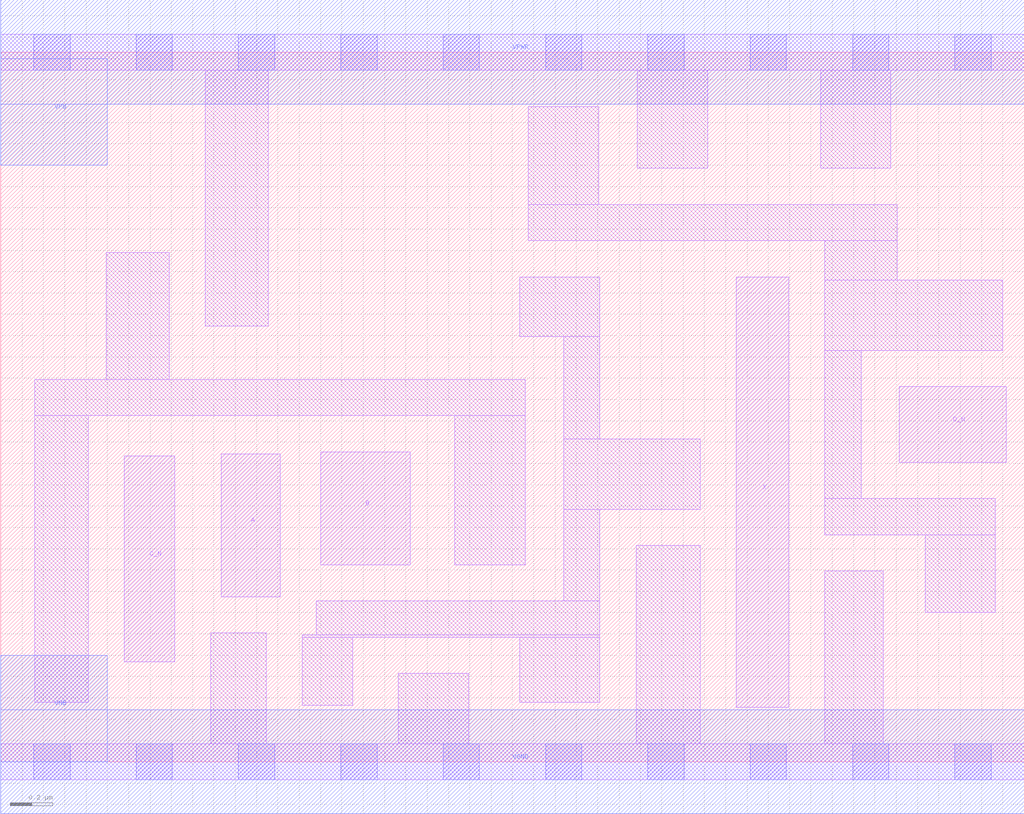
<source format=lef>
# Copyright 2020 The SkyWater PDK Authors
#
# Licensed under the Apache License, Version 2.0 (the "License");
# you may not use this file except in compliance with the License.
# You may obtain a copy of the License at
#
#     https://www.apache.org/licenses/LICENSE-2.0
#
# Unless required by applicable law or agreed to in writing, software
# distributed under the License is distributed on an "AS IS" BASIS,
# WITHOUT WARRANTIES OR CONDITIONS OF ANY KIND, either express or implied.
# See the License for the specific language governing permissions and
# limitations under the License.
#
# SPDX-License-Identifier: Apache-2.0

VERSION 5.5 ;
NAMESCASESENSITIVE ON ;
BUSBITCHARS "[]" ;
DIVIDERCHAR "/" ;
MACRO sky130_fd_sc_lp__or4bb_2
  CLASS CORE ;
  SOURCE USER ;
  ORIGIN  0.000000  0.000000 ;
  SIZE  4.800000 BY  3.330000 ;
  SYMMETRY X Y R90 ;
  SITE unit ;
  PIN A
    ANTENNAGATEAREA  0.126000 ;
    DIRECTION INPUT ;
    USE SIGNAL ;
    PORT
      LAYER li1 ;
        RECT 1.035000 0.775000 1.310000 1.445000 ;
    END
  END A
  PIN B
    ANTENNAGATEAREA  0.126000 ;
    DIRECTION INPUT ;
    USE SIGNAL ;
    PORT
      LAYER li1 ;
        RECT 1.500000 0.925000 1.920000 1.455000 ;
    END
  END B
  PIN C_N
    ANTENNAGATEAREA  0.126000 ;
    DIRECTION INPUT ;
    USE SIGNAL ;
    PORT
      LAYER li1 ;
        RECT 0.580000 0.470000 0.815000 1.435000 ;
    END
  END C_N
  PIN D_N
    ANTENNAGATEAREA  0.126000 ;
    DIRECTION INPUT ;
    USE SIGNAL ;
    PORT
      LAYER li1 ;
        RECT 4.215000 1.405000 4.715000 1.760000 ;
    END
  END D_N
  PIN X
    ANTENNADIFFAREA  0.588000 ;
    DIRECTION OUTPUT ;
    USE SIGNAL ;
    PORT
      LAYER li1 ;
        RECT 3.450000 0.255000 3.695000 2.275000 ;
    END
  END X
  PIN VGND
    DIRECTION INOUT ;
    USE GROUND ;
    PORT
      LAYER met1 ;
        RECT 0.000000 -0.245000 4.800000 0.245000 ;
    END
  END VGND
  PIN VNB
    DIRECTION INOUT ;
    USE GROUND ;
    PORT
      LAYER met1 ;
        RECT 0.000000 0.000000 0.500000 0.500000 ;
    END
  END VNB
  PIN VPB
    DIRECTION INOUT ;
    USE POWER ;
    PORT
      LAYER met1 ;
        RECT 0.000000 2.800000 0.500000 3.300000 ;
    END
  END VPB
  PIN VPWR
    DIRECTION INOUT ;
    USE POWER ;
    PORT
      LAYER met1 ;
        RECT 0.000000 3.085000 4.800000 3.575000 ;
    END
  END VPWR
  OBS
    LAYER li1 ;
      RECT 0.000000 -0.085000 4.800000 0.085000 ;
      RECT 0.000000  3.245000 4.800000 3.415000 ;
      RECT 0.160000  0.280000 0.410000 1.625000 ;
      RECT 0.160000  1.625000 2.460000 1.795000 ;
      RECT 0.495000  1.795000 0.790000 2.390000 ;
      RECT 0.960000  2.045000 1.255000 3.245000 ;
      RECT 0.985000  0.085000 1.245000 0.605000 ;
      RECT 1.415000  0.265000 1.650000 0.585000 ;
      RECT 1.415000  0.585000 2.810000 0.595000 ;
      RECT 1.480000  0.595000 2.810000 0.755000 ;
      RECT 1.865000  0.085000 2.195000 0.415000 ;
      RECT 2.130000  0.925000 2.460000 1.625000 ;
      RECT 2.435000  0.280000 2.810000 0.585000 ;
      RECT 2.435000  1.995000 2.810000 2.275000 ;
      RECT 2.475000  2.445000 4.205000 2.615000 ;
      RECT 2.475000  2.615000 2.805000 3.075000 ;
      RECT 2.640000  0.755000 2.810000 1.185000 ;
      RECT 2.640000  1.185000 3.280000 1.515000 ;
      RECT 2.640000  1.515000 2.810000 1.995000 ;
      RECT 2.980000  0.085000 3.280000 1.015000 ;
      RECT 2.985000  2.785000 3.315000 3.245000 ;
      RECT 3.845000  2.785000 4.175000 3.245000 ;
      RECT 3.865000  0.085000 4.140000 0.895000 ;
      RECT 3.865000  1.065000 4.665000 1.235000 ;
      RECT 3.865000  1.235000 4.035000 1.930000 ;
      RECT 3.865000  1.930000 4.700000 2.260000 ;
      RECT 3.865000  2.260000 4.205000 2.445000 ;
      RECT 4.335000  0.700000 4.665000 1.065000 ;
    LAYER mcon ;
      RECT 0.155000 -0.085000 0.325000 0.085000 ;
      RECT 0.155000  3.245000 0.325000 3.415000 ;
      RECT 0.635000 -0.085000 0.805000 0.085000 ;
      RECT 0.635000  3.245000 0.805000 3.415000 ;
      RECT 1.115000 -0.085000 1.285000 0.085000 ;
      RECT 1.115000  3.245000 1.285000 3.415000 ;
      RECT 1.595000 -0.085000 1.765000 0.085000 ;
      RECT 1.595000  3.245000 1.765000 3.415000 ;
      RECT 2.075000 -0.085000 2.245000 0.085000 ;
      RECT 2.075000  3.245000 2.245000 3.415000 ;
      RECT 2.555000 -0.085000 2.725000 0.085000 ;
      RECT 2.555000  3.245000 2.725000 3.415000 ;
      RECT 3.035000 -0.085000 3.205000 0.085000 ;
      RECT 3.035000  3.245000 3.205000 3.415000 ;
      RECT 3.515000 -0.085000 3.685000 0.085000 ;
      RECT 3.515000  3.245000 3.685000 3.415000 ;
      RECT 3.995000 -0.085000 4.165000 0.085000 ;
      RECT 3.995000  3.245000 4.165000 3.415000 ;
      RECT 4.475000 -0.085000 4.645000 0.085000 ;
      RECT 4.475000  3.245000 4.645000 3.415000 ;
  END
END sky130_fd_sc_lp__or4bb_2

</source>
